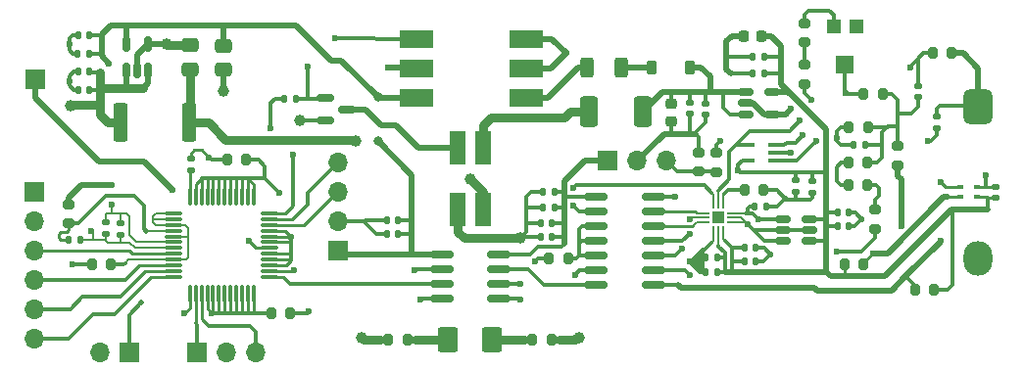
<source format=gbr>
%TF.GenerationSoftware,KiCad,Pcbnew,7.0.11+dfsg-1build4*%
%TF.CreationDate,2025-01-19T09:07:44-05:00*%
%TF.ProjectId,ThermocoupleBoard,54686572-6d6f-4636-9f75-706c65426f61,rev?*%
%TF.SameCoordinates,Original*%
%TF.FileFunction,Copper,L1,Top*%
%TF.FilePolarity,Positive*%
%FSLAX46Y46*%
G04 Gerber Fmt 4.6, Leading zero omitted, Abs format (unit mm)*
G04 Created by KiCad (PCBNEW 7.0.11+dfsg-1build4) date 2025-01-19 09:07:44*
%MOMM*%
%LPD*%
G01*
G04 APERTURE LIST*
G04 Aperture macros list*
%AMRoundRect*
0 Rectangle with rounded corners*
0 $1 Rounding radius*
0 $2 $3 $4 $5 $6 $7 $8 $9 X,Y pos of 4 corners*
0 Add a 4 corners polygon primitive as box body*
4,1,4,$2,$3,$4,$5,$6,$7,$8,$9,$2,$3,0*
0 Add four circle primitives for the rounded corners*
1,1,$1+$1,$2,$3*
1,1,$1+$1,$4,$5*
1,1,$1+$1,$6,$7*
1,1,$1+$1,$8,$9*
0 Add four rect primitives between the rounded corners*
20,1,$1+$1,$2,$3,$4,$5,0*
20,1,$1+$1,$4,$5,$6,$7,0*
20,1,$1+$1,$6,$7,$8,$9,0*
20,1,$1+$1,$8,$9,$2,$3,0*%
G04 Aperture macros list end*
%TA.AperFunction,ComponentPad*%
%ADD10R,1.700000X1.700000*%
%TD*%
%TA.AperFunction,ComponentPad*%
%ADD11O,1.700000X1.700000*%
%TD*%
%TA.AperFunction,SMDPad,CuDef*%
%ADD12RoundRect,0.140000X-0.140000X-0.170000X0.140000X-0.170000X0.140000X0.170000X-0.140000X0.170000X0*%
%TD*%
%TA.AperFunction,SMDPad,CuDef*%
%ADD13RoundRect,0.140000X-0.170000X0.140000X-0.170000X-0.140000X0.170000X-0.140000X0.170000X0.140000X0*%
%TD*%
%TA.AperFunction,SMDPad,CuDef*%
%ADD14R,1.200000X1.200000*%
%TD*%
%TA.AperFunction,SMDPad,CuDef*%
%ADD15R,1.600000X1.500000*%
%TD*%
%TA.AperFunction,SMDPad,CuDef*%
%ADD16RoundRect,0.200000X0.200000X0.275000X-0.200000X0.275000X-0.200000X-0.275000X0.200000X-0.275000X0*%
%TD*%
%TA.AperFunction,ComponentPad*%
%ADD17RoundRect,0.500000X0.750000X-1.000000X0.750000X1.000000X-0.750000X1.000000X-0.750000X-1.000000X0*%
%TD*%
%TA.AperFunction,ComponentPad*%
%ADD18O,2.500000X3.000000*%
%TD*%
%TA.AperFunction,SMDPad,CuDef*%
%ADD19RoundRect,0.140000X0.140000X0.170000X-0.140000X0.170000X-0.140000X-0.170000X0.140000X-0.170000X0*%
%TD*%
%TA.AperFunction,SMDPad,CuDef*%
%ADD20RoundRect,0.200000X-0.200000X-0.275000X0.200000X-0.275000X0.200000X0.275000X-0.200000X0.275000X0*%
%TD*%
%TA.AperFunction,SMDPad,CuDef*%
%ADD21RoundRect,0.075000X-0.662500X-0.075000X0.662500X-0.075000X0.662500X0.075000X-0.662500X0.075000X0*%
%TD*%
%TA.AperFunction,SMDPad,CuDef*%
%ADD22RoundRect,0.075000X-0.075000X-0.662500X0.075000X-0.662500X0.075000X0.662500X-0.075000X0.662500X0*%
%TD*%
%TA.AperFunction,SMDPad,CuDef*%
%ADD23RoundRect,0.200000X0.275000X-0.200000X0.275000X0.200000X-0.275000X0.200000X-0.275000X-0.200000X0*%
%TD*%
%TA.AperFunction,SMDPad,CuDef*%
%ADD24RoundRect,0.150000X-0.587500X-0.150000X0.587500X-0.150000X0.587500X0.150000X-0.587500X0.150000X0*%
%TD*%
%TA.AperFunction,SMDPad,CuDef*%
%ADD25RoundRect,0.150000X-0.825000X-0.150000X0.825000X-0.150000X0.825000X0.150000X-0.825000X0.150000X0*%
%TD*%
%TA.AperFunction,SMDPad,CuDef*%
%ADD26O,0.700000X0.200000*%
%TD*%
%TA.AperFunction,SMDPad,CuDef*%
%ADD27O,0.200000X0.700000*%
%TD*%
%TA.AperFunction,ComponentPad*%
%ADD28C,0.600000*%
%TD*%
%TA.AperFunction,SMDPad,CuDef*%
%ADD29R,1.000000X1.000000*%
%TD*%
%TA.AperFunction,SMDPad,CuDef*%
%ADD30RoundRect,0.200000X-0.275000X0.200000X-0.275000X-0.200000X0.275000X-0.200000X0.275000X0.200000X0*%
%TD*%
%TA.AperFunction,SMDPad,CuDef*%
%ADD31RoundRect,0.150000X0.150000X-0.512500X0.150000X0.512500X-0.150000X0.512500X-0.150000X-0.512500X0*%
%TD*%
%TA.AperFunction,SMDPad,CuDef*%
%ADD32RoundRect,0.250000X0.475000X-0.337500X0.475000X0.337500X-0.475000X0.337500X-0.475000X-0.337500X0*%
%TD*%
%TA.AperFunction,SMDPad,CuDef*%
%ADD33RoundRect,0.150000X-0.512500X-0.150000X0.512500X-0.150000X0.512500X0.150000X-0.512500X0.150000X0*%
%TD*%
%TA.AperFunction,SMDPad,CuDef*%
%ADD34RoundRect,0.100000X0.225000X0.100000X-0.225000X0.100000X-0.225000X-0.100000X0.225000X-0.100000X0*%
%TD*%
%TA.AperFunction,SMDPad,CuDef*%
%ADD35RoundRect,0.135000X-0.135000X-0.185000X0.135000X-0.185000X0.135000X0.185000X-0.135000X0.185000X0*%
%TD*%
%TA.AperFunction,SMDPad,CuDef*%
%ADD36R,0.500000X0.300000*%
%TD*%
%TA.AperFunction,SMDPad,CuDef*%
%ADD37RoundRect,0.250000X-0.625000X-0.840000X0.625000X-0.840000X0.625000X0.840000X-0.625000X0.840000X0*%
%TD*%
%TA.AperFunction,SMDPad,CuDef*%
%ADD38RoundRect,0.250000X-0.312500X-0.625000X0.312500X-0.625000X0.312500X0.625000X-0.312500X0.625000X0*%
%TD*%
%TA.AperFunction,SMDPad,CuDef*%
%ADD39RoundRect,0.225000X0.225000X0.375000X-0.225000X0.375000X-0.225000X-0.375000X0.225000X-0.375000X0*%
%TD*%
%TA.AperFunction,SMDPad,CuDef*%
%ADD40R,3.000000X1.500000*%
%TD*%
%TA.AperFunction,SMDPad,CuDef*%
%ADD41RoundRect,0.135000X-0.185000X0.135000X-0.185000X-0.135000X0.185000X-0.135000X0.185000X0.135000X0*%
%TD*%
%TA.AperFunction,SMDPad,CuDef*%
%ADD42RoundRect,0.225000X-0.250000X0.225000X-0.250000X-0.225000X0.250000X-0.225000X0.250000X0.225000X0*%
%TD*%
%TA.AperFunction,SMDPad,CuDef*%
%ADD43RoundRect,0.250000X-0.475000X0.337500X-0.475000X-0.337500X0.475000X-0.337500X0.475000X0.337500X0*%
%TD*%
%TA.AperFunction,SMDPad,CuDef*%
%ADD44RoundRect,0.140000X0.170000X-0.140000X0.170000X0.140000X-0.170000X0.140000X-0.170000X-0.140000X0*%
%TD*%
%TA.AperFunction,SMDPad,CuDef*%
%ADD45R,1.400000X3.000000*%
%TD*%
%TA.AperFunction,SMDPad,CuDef*%
%ADD46RoundRect,0.225000X0.225000X0.250000X-0.225000X0.250000X-0.225000X-0.250000X0.225000X-0.250000X0*%
%TD*%
%TA.AperFunction,SMDPad,CuDef*%
%ADD47RoundRect,0.249999X0.512501X1.075001X-0.512501X1.075001X-0.512501X-1.075001X0.512501X-1.075001X0*%
%TD*%
%TA.AperFunction,SMDPad,CuDef*%
%ADD48RoundRect,0.250000X-0.362500X-1.425000X0.362500X-1.425000X0.362500X1.425000X-0.362500X1.425000X0*%
%TD*%
%TA.AperFunction,ViaPad*%
%ADD49C,0.600000*%
%TD*%
%TA.AperFunction,ViaPad*%
%ADD50C,0.800000*%
%TD*%
%TA.AperFunction,ViaPad*%
%ADD51C,1.000000*%
%TD*%
%TA.AperFunction,ViaPad*%
%ADD52C,0.500000*%
%TD*%
%TA.AperFunction,Conductor*%
%ADD53C,0.500000*%
%TD*%
%TA.AperFunction,Conductor*%
%ADD54C,0.350000*%
%TD*%
%TA.AperFunction,Conductor*%
%ADD55C,0.200000*%
%TD*%
%TA.AperFunction,Conductor*%
%ADD56C,0.250000*%
%TD*%
%TA.AperFunction,Conductor*%
%ADD57C,0.750000*%
%TD*%
%TA.AperFunction,Conductor*%
%ADD58C,0.300000*%
%TD*%
G04 APERTURE END LIST*
D10*
%TO.P,J6,1,Pin_1*%
%TO.N,3V3-ISO*%
X126158000Y-94903000D03*
D11*
%TO.P,J6,2,Pin_2*%
%TO.N,GND2*%
X128698000Y-94903000D03*
%TO.P,J6,3,Pin_3*%
%TO.N,/UPDI*%
X131238000Y-94903000D03*
%TD*%
D12*
%TO.P,C21,1*%
%TO.N,3V3-ISO*%
X137964000Y-103634000D03*
%TO.P,C21,2*%
%TO.N,GNDA*%
X138924000Y-103634000D03*
%TD*%
D13*
%TO.P,C5,1*%
%TO.N,Net-(D1-K)*%
X133212000Y-89881000D03*
%TO.P,C5,2*%
%TO.N,GND2*%
X133212000Y-90841000D03*
%TD*%
D14*
%TO.P,RV1,1,1*%
%TO.N,unconnected-(RV1-Pad1)*%
X147659670Y-83305000D03*
D15*
%TO.P,RV1,2,2*%
%TO.N,Net-(U6--)*%
X146659670Y-86555000D03*
D14*
%TO.P,RV1,3,3*%
%TO.N,Net-(R9-Pad1)*%
X145659670Y-83305000D03*
%TD*%
D16*
%TO.P,Rz3,1*%
%TO.N,Net-(U1-PA12)*%
X94913000Y-94819000D03*
%TO.P,Rz3,2*%
%TO.N,GND1*%
X93263000Y-94819000D03*
%TD*%
D10*
%TO.P,J1,1,Pin_1*%
%TO.N,Net-(J1-Pin_1)*%
X76677000Y-87862000D03*
%TD*%
D12*
%TO.P,C12,1*%
%TO.N,GND1*%
X80357000Y-85662000D03*
%TO.P,C12,2*%
%TO.N,3V3-1*%
X81317000Y-85662000D03*
%TD*%
D17*
%TO.P,TC1,1,+*%
%TO.N,Net-(TC1-+)*%
X158174000Y-90220000D03*
D18*
%TO.P,TC1,2,-*%
%TO.N,Net-(TC1--)*%
X158174000Y-103320000D03*
%TD*%
D19*
%TO.P,C29,1*%
%TO.N,3V3-1*%
X108012000Y-100016000D03*
%TO.P,C29,2*%
%TO.N,GND1*%
X107052000Y-100016000D03*
%TD*%
D12*
%TO.P,C8,1*%
%TO.N,GND2*%
X138701000Y-87381000D03*
%TO.P,C8,2*%
%TO.N,3V3-ISO*%
X139661000Y-87381000D03*
%TD*%
D20*
%TO.P,R12,1*%
%TO.N,Net-(R11-Pad2)*%
X146923000Y-95062000D03*
%TO.P,R12,2*%
%TO.N,Net-(C13-Pad2)*%
X148573000Y-95062000D03*
%TD*%
D21*
%TO.P,U1,1,PA0*%
%TO.N,Net-(U1-PA0)*%
X88642500Y-99453000D03*
%TO.P,U1,2,PA1*%
X88642500Y-99953000D03*
%TO.P,U1,3,PA28*%
X88642500Y-100453000D03*
%TO.P,U1,4,RST_N*%
%TO.N,Net-(J3-Pin_1)*%
X88642500Y-100953000D03*
%TO.P,U1,5,PA31*%
%TO.N,Net-(U1-PA0)*%
X88642500Y-101453000D03*
%TO.P,U1,6,VDD*%
%TO.N,3V3-1*%
X88642500Y-101953000D03*
%TO.P,U1,7,VSS*%
%TO.N,GND1*%
X88642500Y-102453000D03*
%TO.P,U1,8,PA2_ROSC*%
%TO.N,/Output MCU/CS*%
X88642500Y-102953000D03*
%TO.P,U1,9,PA3_LFXIN*%
%TO.N,Net-(U1-PA0)*%
X88642500Y-103453000D03*
%TO.P,U1,10,PA4_LFXOUT*%
%TO.N,/Output MCU/MISO*%
X88642500Y-103953000D03*
%TO.P,U1,11,PA5_HFXIN*%
%TO.N,/Output MCU/MOSI*%
X88642500Y-104453000D03*
%TO.P,U1,12,PA6_HFXOUT*%
%TO.N,/Output MCU/SCK*%
X88642500Y-104953000D03*
D22*
%TO.P,U1,13,PA7*%
%TO.N,Net-(U1-PA10)*%
X90055000Y-106365500D03*
%TO.P,U1,14,PB2*%
%TO.N,/Output MCU/DAC-High*%
X90555000Y-106365500D03*
%TO.P,U1,15,PB3*%
%TO.N,/Output MCU/DAC-Low*%
X91055000Y-106365500D03*
%TO.P,U1,16,PA8*%
%TO.N,Net-(U1-PA10)*%
X91555000Y-106365500D03*
%TO.P,U1,17,PA9*%
X92055000Y-106365500D03*
%TO.P,U1,18,PA10*%
X92555000Y-106365500D03*
%TO.P,U1,19,PA11*%
X93055000Y-106365500D03*
%TO.P,U1,20,PB6*%
X93555000Y-106365500D03*
%TO.P,U1,21,PB7*%
X94055000Y-106365500D03*
%TO.P,U1,22,PB8*%
X94555000Y-106365500D03*
%TO.P,U1,23,PB9*%
X95055000Y-106365500D03*
%TO.P,U1,24,PB14*%
X95555000Y-106365500D03*
D21*
%TO.P,U1,25,PB15*%
%TO.N,ISO-MISO*%
X96967500Y-104953000D03*
%TO.P,U1,26,PB16*%
%TO.N,ISO-MOSI*%
X96967500Y-104453000D03*
%TO.P,U1,27,PA12*%
%TO.N,Net-(U1-PA12)*%
X96967500Y-103953000D03*
%TO.P,U1,28,PA13*%
X96967500Y-103453000D03*
%TO.P,U1,29,PA14*%
X96967500Y-102953000D03*
%TO.P,U1,30,PA15_A1_0*%
%TO.N,Net-(J1-Pin_1)*%
X96967500Y-102453000D03*
%TO.P,U1,31,PA16_A1_1*%
%TO.N,Net-(U1-PA12)*%
X96967500Y-101953000D03*
%TO.P,U1,32,PA17_A1_2*%
X96967500Y-101453000D03*
%TO.P,U1,33,PA18_A1_3*%
X96967500Y-100953000D03*
%TO.P,U1,34,PA19_SWDIO*%
%TO.N,/Output MCU/SWDIO*%
X96967500Y-100453000D03*
%TO.P,U1,35,PA20_SWCLK*%
%TO.N,/Output MCU/SWCLK*%
X96967500Y-99953000D03*
%TO.P,U1,36,PB17_A1_4*%
%TO.N,150KHz from U1*%
X96967500Y-99453000D03*
D22*
%TO.P,U1,37,PB18_A1_5*%
%TO.N,Net-(U1-PA12)*%
X95555000Y-98040500D03*
%TO.P,U1,38,PB19_A1_6*%
X95055000Y-98040500D03*
%TO.P,U1,39,PA21_A1_7_VREF-*%
X94555000Y-98040500D03*
%TO.P,U1,40,PA22_A0_7*%
X94055000Y-98040500D03*
%TO.P,U1,41,PB20_A0_6*%
X93555000Y-98040500D03*
%TO.P,U1,42,PB24_A0_5*%
X93055000Y-98040500D03*
%TO.P,U1,43,PA23_VREF+*%
X92555000Y-98040500D03*
%TO.P,U1,44,PA24_A0_3*%
X92055000Y-98040500D03*
%TO.P,U1,45,PA25_A0_2*%
X91555000Y-98040500D03*
%TO.P,U1,46,PA26_A0_1*%
X91055000Y-98040500D03*
%TO.P,U1,47,PA27_A0_0*%
X90555000Y-98040500D03*
%TO.P,U1,48,VCORE*%
%TO.N,Net-(U1-VCORE)*%
X90055000Y-98040500D03*
%TD*%
D12*
%TO.P,C19,1*%
%TO.N,3V3-ISO*%
X146016000Y-99387000D03*
%TO.P,C19,2*%
%TO.N,GNDA*%
X146976000Y-99387000D03*
%TD*%
D19*
%TO.P,C10,1*%
%TO.N,VCC*%
X81368000Y-88781000D03*
%TO.P,C10,2*%
%TO.N,GND1*%
X80408000Y-88781000D03*
%TD*%
%TO.P,C27,1*%
%TO.N,3V3-ISO*%
X121347000Y-100267000D03*
%TO.P,C27,2*%
%TO.N,GND2*%
X120387000Y-100267000D03*
%TD*%
%TO.P,C14,1*%
%TO.N,Net-(C13-Pad2)*%
X148373000Y-93539000D03*
%TO.P,C14,2*%
%TO.N,GNDA*%
X147413000Y-93539000D03*
%TD*%
D23*
%TO.P,R16,1*%
%TO.N,/UPDI*%
X134026000Y-95851000D03*
%TO.P,R16,2*%
%TO.N,GND2*%
X134026000Y-94201000D03*
%TD*%
D19*
%TO.P,C9,1*%
%TO.N,VCC*%
X81368000Y-87192000D03*
%TO.P,C9,2*%
%TO.N,GND1*%
X80408000Y-87192000D03*
%TD*%
D13*
%TO.P,C35,1*%
%TO.N,3V3-1*%
X84017000Y-100323000D03*
%TO.P,C35,2*%
%TO.N,GND1*%
X84017000Y-101283000D03*
%TD*%
D24*
%TO.P,Q1,1,G*%
%TO.N,Net-(Q1-G)*%
X101718500Y-89504000D03*
%TO.P,Q1,2,S*%
%TO.N,GND1*%
X101718500Y-91404000D03*
%TO.P,Q1,3,D*%
%TO.N,Net-(Q1-D)*%
X103593500Y-90454000D03*
%TD*%
D25*
%TO.P,U2,1,VCC*%
%TO.N,3V3-ISO*%
X125160000Y-98044000D03*
%TO.P,U2,2,PA4*%
%TO.N,Net-(U2-PA4)*%
X125160000Y-99314000D03*
%TO.P,U2,3,PA5*%
%TO.N,Net-(U2-PA5)*%
X125160000Y-100584000D03*
%TO.P,U2,4,PA6*%
X125160000Y-101854000D03*
%TO.P,U2,5,PA7*%
X125160000Y-103124000D03*
%TO.P,U2,6,PB3*%
%TO.N,Net-(U2-PB3)*%
X125160000Y-104394000D03*
%TO.P,U2,7,PB2*%
%TO.N,Net-(U2-PB2)*%
X125160000Y-105664000D03*
%TO.P,U2,8,PB1*%
%TO.N,SDA*%
X130110000Y-105664000D03*
%TO.P,U2,9,PB0*%
%TO.N,SCL*%
X130110000Y-104394000D03*
%TO.P,U2,10,~{RESET}/PA0*%
%TO.N,/UPDI*%
X130110000Y-103124000D03*
%TO.P,U2,11,PA1*%
%TO.N,Net-(U2-PA1)*%
X130110000Y-101854000D03*
%TO.P,U2,12,PA2*%
%TO.N,Net-(U2-PA2)*%
X130110000Y-100584000D03*
%TO.P,U2,13,PA3*%
%TO.N,Net-(U2-PA3)*%
X130110000Y-99314000D03*
%TO.P,U2,14,GND*%
%TO.N,GND2*%
X130110000Y-98044000D03*
%TD*%
D26*
%TO.P,U8,1,Agnd*%
%TO.N,GNDA*%
X136802000Y-100237000D03*
%TO.P,U8,2,Aref-*%
X136802000Y-99837000D03*
%TO.P,U8,3,Aref+*%
%TO.N,Net-(U7-OUT)*%
X136802000Y-99437000D03*
D27*
%TO.P,U8,4,CH1*%
%TO.N,Net-(U8-CH1)*%
X136102000Y-98737000D03*
%TO.P,U8,5,CH0*%
%TO.N,Net-(U6-OUT)*%
X135702000Y-98737000D03*
%TO.P,U8,6,CS*%
%TO.N,Net-(U2-PA4)*%
X135302000Y-98737000D03*
D26*
%TO.P,U8,7,SCK*%
%TO.N,Net-(U2-PA3)*%
X134602000Y-99437000D03*
%TO.P,U8,8,MOSI*%
%TO.N,Net-(U2-PA1)*%
X134602000Y-99837000D03*
%TO.P,U8,9,MISO*%
%TO.N,Net-(U2-PA2)*%
X134602000Y-100237000D03*
D27*
%TO.P,U8,10,Dgnd*%
%TO.N,GND2*%
X135302000Y-100937000D03*
%TO.P,U8,11,Dvdd*%
%TO.N,3V3-ISO*%
X135702000Y-100937000D03*
%TO.P,U8,12,Avdd*%
X136102000Y-100937000D03*
D28*
%TO.P,U8,13,PAD*%
%TO.N,GNDA*%
X135702000Y-99837000D03*
D29*
X135702000Y-99837000D03*
%TD*%
D30*
%TO.P,R8,1*%
%TO.N,3V3-1*%
X79610000Y-98656000D03*
%TO.P,R8,2*%
%TO.N,Net-(J3-Pin_1)*%
X79610000Y-100306000D03*
%TD*%
D16*
%TO.P,R22,1*%
%TO.N,3V3-ISO*%
X154360000Y-106101000D03*
%TO.P,R22,2*%
%TO.N,SDA*%
X152710000Y-106101000D03*
%TD*%
D31*
%TO.P,U4,1,VIN*%
%TO.N,VCC*%
X84564000Y-87071500D03*
%TO.P,U4,2,GND*%
%TO.N,GND1*%
X85514000Y-87071500D03*
%TO.P,U4,3,EN*%
%TO.N,VCC*%
X86464000Y-87071500D03*
%TO.P,U4,4,NC*%
%TO.N,GND1*%
X86464000Y-84796500D03*
%TO.P,U4,5,VOUT*%
%TO.N,3V3-1*%
X84564000Y-84796500D03*
%TD*%
D20*
%TO.P,RX1,1*%
%TO.N,GND1*%
X107194000Y-110365000D03*
%TO.P,RX1,2*%
%TO.N,Net-(TVS1-A1)*%
X108844000Y-110365000D03*
%TD*%
D13*
%TO.P,C15,1*%
%TO.N,3V3-1*%
X82747000Y-100255000D03*
%TO.P,C15,2*%
%TO.N,GND1*%
X82747000Y-101215000D03*
%TD*%
D20*
%TO.P,R13,1*%
%TO.N,GNDA*%
X146996000Y-92007000D03*
%TO.P,R13,2*%
%TO.N,Net-(C13-Pad2)*%
X148646000Y-92007000D03*
%TD*%
D10*
%TO.P,J5,1,Pin_1*%
%TO.N,3V3-1*%
X102839000Y-102663000D03*
D11*
%TO.P,J5,2,Pin_2*%
%TO.N,GND1*%
X102839000Y-100123000D03*
%TO.P,J5,3,Pin_3*%
%TO.N,/Output MCU/SWDIO*%
X102839000Y-97583000D03*
%TO.P,J5,4,Pin_4*%
%TO.N,/Output MCU/SWCLK*%
X102839000Y-95043000D03*
%TD*%
D10*
%TO.P,J2,1,Pin_1*%
%TO.N,VCC*%
X76599000Y-97583000D03*
D11*
%TO.P,J2,2,Pin_2*%
%TO.N,GND1*%
X76599000Y-100123000D03*
%TO.P,J2,3,Pin_3*%
%TO.N,/Output MCU/CS*%
X76599000Y-102663000D03*
%TO.P,J2,4,Pin_4*%
%TO.N,/Output MCU/MISO*%
X76599000Y-105203000D03*
%TO.P,J2,5,Pin_5*%
%TO.N,/Output MCU/MOSI*%
X76599000Y-107743000D03*
%TO.P,J2,6,Pin_6*%
%TO.N,/Output MCU/SCK*%
X76599000Y-110283000D03*
%TD*%
D32*
%TO.P,C2,1*%
%TO.N,Net-(C2-Pad1)*%
X90036000Y-87010500D03*
%TO.P,C2,2*%
%TO.N,GND1*%
X90036000Y-84935500D03*
%TD*%
D33*
%TO.P,U5,1,VIN*%
%TO.N,Net-(D1-K)*%
X138097500Y-88974000D03*
%TO.P,U5,2,GND*%
%TO.N,GND2*%
X138097500Y-89924000D03*
%TO.P,U5,3,EN*%
%TO.N,Net-(D1-K)*%
X138097500Y-90874000D03*
%TO.P,U5,4,NC*%
%TO.N,GND2*%
X140372500Y-90874000D03*
%TO.P,U5,5,VOUT*%
%TO.N,3V3-ISO*%
X140372500Y-88974000D03*
%TD*%
D34*
%TO.P,U6,1,+*%
%TO.N,Net-(U6-+)*%
X140358000Y-94860000D03*
%TO.P,U6,2,GND*%
%TO.N,GNDA*%
X140358000Y-94210000D03*
%TO.P,U6,3,-*%
%TO.N,Net-(U6--)*%
X140358000Y-93560000D03*
%TO.P,U6,4,OUT*%
%TO.N,Net-(U6-OUT)*%
X138458000Y-93560000D03*
%TO.P,U6,5,VCC*%
%TO.N,3V3-ISO*%
X138458000Y-94860000D03*
%TD*%
D30*
%TO.P,R7,1*%
%TO.N,Net-(R7-Pad1)*%
X143176000Y-86610000D03*
%TO.P,R7,2*%
%TO.N,Net-(U6-OUT)*%
X143176000Y-88260000D03*
%TD*%
D16*
%TO.P,R6,1*%
%TO.N,Net-(C13-Pad2)*%
X149897000Y-89093000D03*
%TO.P,R6,2*%
%TO.N,Net-(U6--)*%
X148247000Y-89093000D03*
%TD*%
D35*
%TO.P,R2,1*%
%TO.N,150KHz from U1*%
X98210000Y-89522000D03*
%TO.P,R2,2*%
%TO.N,Net-(Q1-G)*%
X99230000Y-89522000D03*
%TD*%
D36*
%TO.P,U11,1,SDA*%
%TO.N,SDA*%
X156630000Y-97205000D03*
%TO.P,U11,2,SCL*%
%TO.N,SCL*%
X156630000Y-98005000D03*
%TO.P,U11,3,VDD*%
%TO.N,3V3-ISO*%
X158030000Y-98005000D03*
%TO.P,U11,4,VSS*%
%TO.N,GND2*%
X158030000Y-97205000D03*
%TD*%
D37*
%TO.P,TVS1,1,A1*%
%TO.N,Net-(TVS1-A1)*%
X112339000Y-110386000D03*
%TO.P,TVS1,2,A2*%
%TO.N,Net-(TVS1-A2)*%
X116139000Y-110386000D03*
%TD*%
D23*
%TO.P,R5,1*%
%TO.N,Net-(TC1--)*%
X151231000Y-95282000D03*
%TO.P,R5,2*%
%TO.N,Net-(C13-Pad2)*%
X151231000Y-93632000D03*
%TD*%
%TO.P,R10,1*%
%TO.N,Net-(U7-OUT)*%
X149272000Y-100773000D03*
%TO.P,R10,2*%
%TO.N,Net-(R10-Pad2)*%
X149272000Y-99123000D03*
%TD*%
D13*
%TO.P,C16,1*%
%TO.N,3V3-ISO*%
X143829000Y-96680000D03*
%TO.P,C16,2*%
%TO.N,GNDA*%
X143829000Y-97640000D03*
%TD*%
D20*
%TO.P,R21,1*%
%TO.N,3V3-ISO*%
X146614000Y-103845000D03*
%TO.P,R21,2*%
%TO.N,SCL*%
X148264000Y-103845000D03*
%TD*%
D19*
%TO.P,C23,1*%
%TO.N,3V3-ISO*%
X135594000Y-104516000D03*
%TO.P,C23,2*%
%TO.N,GND2*%
X134634000Y-104516000D03*
%TD*%
D38*
%TO.P,R3,1*%
%TO.N,Net-(R3-Pad1)*%
X124356500Y-86863000D03*
%TO.P,R3,2*%
%TO.N,Net-(D2-A)*%
X127281500Y-86863000D03*
%TD*%
D39*
%TO.P,D2,1,K*%
%TO.N,Net-(D1-K)*%
X133206000Y-86816000D03*
%TO.P,D2,2,A*%
%TO.N,Net-(D2-A)*%
X129906000Y-86816000D03*
%TD*%
D40*
%TO.P,U3,1*%
%TO.N,Net-(R3-Pad1)*%
X119149000Y-89429000D03*
%TO.P,U3,2*%
%TO.N,GND2*%
X119149000Y-86889000D03*
%TO.P,U3,3*%
X119149000Y-84349000D03*
%TO.P,U3,4*%
%TO.N,Net-(Q1-G)*%
X109649000Y-84349000D03*
%TO.P,U3,5*%
%TO.N,GND1*%
X109649000Y-86889000D03*
%TO.P,U3,6*%
%TO.N,3V3-1*%
X109649000Y-89429000D03*
%TD*%
D12*
%TO.P,C7,1*%
%TO.N,GND2*%
X138701000Y-85919000D03*
%TO.P,C7,2*%
%TO.N,3V3-ISO*%
X139661000Y-85919000D03*
%TD*%
D20*
%TO.P,RY1,1*%
%TO.N,Net-(TVS1-A2)*%
X119640000Y-110353000D03*
%TO.P,RY1,2*%
%TO.N,GND2*%
X121290000Y-110353000D03*
%TD*%
D19*
%TO.P,C26,1*%
%TO.N,3V3-ISO*%
X121525000Y-97609000D03*
%TO.P,C26,2*%
%TO.N,GND2*%
X120565000Y-97609000D03*
%TD*%
D30*
%TO.P,R9,1*%
%TO.N,Net-(R9-Pad1)*%
X143176000Y-83024000D03*
%TO.P,R9,2*%
%TO.N,Net-(R7-Pad1)*%
X143176000Y-84674000D03*
%TD*%
D41*
%TO.P,R20,1*%
%TO.N,Net-(TC1-+)*%
X154600000Y-91045000D03*
%TO.P,R20,2*%
%TO.N,GNDA*%
X154600000Y-92065000D03*
%TD*%
D19*
%TO.P,C28,1*%
%TO.N,3V3-ISO*%
X121347000Y-101475000D03*
%TO.P,C28,2*%
%TO.N,GND2*%
X120387000Y-101475000D03*
%TD*%
D12*
%TO.P,C22,1*%
%TO.N,3V3-ISO*%
X137964000Y-102429000D03*
%TO.P,C22,2*%
%TO.N,GNDA*%
X138924000Y-102429000D03*
%TD*%
D13*
%TO.P,C6,1*%
%TO.N,Net-(D1-K)*%
X134609000Y-89946000D03*
%TO.P,C6,2*%
%TO.N,GND2*%
X134609000Y-90906000D03*
%TD*%
D10*
%TO.P,J3,1,Pin_1*%
%TO.N,Net-(J3-Pin_1)*%
X84785000Y-111474000D03*
D11*
%TO.P,J3,2,Pin_2*%
%TO.N,GND1*%
X82245000Y-111474000D03*
%TD*%
D42*
%TO.P,C3,1*%
%TO.N,Net-(D1-K)*%
X131673000Y-89962000D03*
%TO.P,C3,2*%
%TO.N,GND2*%
X131673000Y-91512000D03*
%TD*%
D43*
%TO.P,C1,1*%
%TO.N,3V3-1*%
X92957000Y-84973500D03*
%TO.P,C1,2*%
%TO.N,GND1*%
X92957000Y-87048500D03*
%TD*%
D25*
%TO.P,U9,1,Vcc1*%
%TO.N,3V3-1*%
X111802000Y-103018000D03*
%TO.P,U9,2,IOA1*%
%TO.N,ISO-MOSI*%
X111802000Y-104288000D03*
%TO.P,U9,3,IOB1*%
%TO.N,ISO-MISO*%
X111802000Y-105558000D03*
%TO.P,U9,4,Gnd1*%
%TO.N,GND1*%
X111802000Y-106828000D03*
%TO.P,U9,5,Gnd2*%
%TO.N,GND2*%
X116752000Y-106828000D03*
%TO.P,U9,6,IOB2*%
%TO.N,Net-(U2-PB3)*%
X116752000Y-105558000D03*
%TO.P,U9,7,IOA2*%
%TO.N,Net-(U2-PB2)*%
X116752000Y-104288000D03*
%TO.P,U9,8,Vcc2*%
%TO.N,3V3-ISO*%
X116752000Y-103018000D03*
%TD*%
D19*
%TO.P,C30,1*%
%TO.N,3V3-1*%
X108012000Y-101224000D03*
%TO.P,C30,2*%
%TO.N,GND1*%
X107052000Y-101224000D03*
%TD*%
D16*
%TO.P,R14,1*%
%TO.N,GNDA*%
X139629000Y-97438000D03*
%TO.P,R14,2*%
%TO.N,Net-(U8-CH1)*%
X137979000Y-97438000D03*
%TD*%
D13*
%TO.P,C13,1*%
%TO.N,Net-(U6-+)*%
X152973000Y-88422000D03*
%TO.P,C13,2*%
%TO.N,Net-(C13-Pad2)*%
X152973000Y-89382000D03*
%TD*%
D33*
%TO.P,U7,1,OUT*%
%TO.N,Net-(U7-OUT)*%
X141272500Y-99949000D03*
%TO.P,U7,2,GND*%
%TO.N,GNDA*%
X141272500Y-100899000D03*
%TO.P,U7,3,GND*%
X141272500Y-101849000D03*
%TO.P,U7,4,~{SHDN}*%
%TO.N,3V3-ISO*%
X143547500Y-101849000D03*
%TO.P,U7,5,GND*%
%TO.N,GNDA*%
X143547500Y-100899000D03*
%TO.P,U7,6,VDD*%
%TO.N,3V3-ISO*%
X143547500Y-99949000D03*
%TD*%
D16*
%TO.P,R11,1*%
%TO.N,Net-(R10-Pad2)*%
X148573000Y-96997000D03*
%TO.P,R11,2*%
%TO.N,Net-(R11-Pad2)*%
X146923000Y-96997000D03*
%TD*%
D12*
%TO.P,C20,1*%
%TO.N,Net-(U7-OUT)*%
X138853000Y-98870000D03*
%TO.P,C20,2*%
%TO.N,GNDA*%
X139813000Y-98870000D03*
%TD*%
D19*
%TO.P,C24,1*%
%TO.N,3V3-ISO*%
X135594000Y-103308000D03*
%TO.P,C24,2*%
%TO.N,GND2*%
X134634000Y-103308000D03*
%TD*%
D12*
%TO.P,C11,1*%
%TO.N,GND1*%
X80408000Y-84020000D03*
%TO.P,C11,2*%
%TO.N,3V3-1*%
X81368000Y-84020000D03*
%TD*%
D20*
%TO.P,R17,1*%
%TO.N,GND2*%
X121088000Y-103377000D03*
%TO.P,R17,2*%
%TO.N,Net-(U2-PA5)*%
X122738000Y-103377000D03*
%TD*%
D44*
%TO.P,C36,1*%
%TO.N,3V3-ISO*%
X159695000Y-98095000D03*
%TO.P,C36,2*%
%TO.N,GND2*%
X159695000Y-97135000D03*
%TD*%
%TO.P,C33,1*%
%TO.N,Net-(U1-VCORE)*%
X90113000Y-95692000D03*
%TO.P,C33,2*%
%TO.N,GND1*%
X90113000Y-94732000D03*
%TD*%
D45*
%TO.P,L1,1*%
%TO.N,Net-(Q1-D)*%
X113219200Y-93753200D03*
%TO.P,L1,2*%
%TO.N,Net-(D1-A)*%
X115419200Y-93753200D03*
%TO.P,L1,3*%
%TO.N,Net-(C2-Pad1)*%
X115419200Y-99153200D03*
%TO.P,L1,4*%
%TO.N,GND2*%
X113219200Y-99153200D03*
%TD*%
D46*
%TO.P,C4,1*%
%TO.N,3V3-ISO*%
X139433000Y-84103000D03*
%TO.P,C4,2*%
%TO.N,GND2*%
X137883000Y-84103000D03*
%TD*%
D16*
%TO.P,R4,1*%
%TO.N,Net-(TC1-+)*%
X155866000Y-85597000D03*
%TO.P,R4,2*%
%TO.N,Net-(U6-+)*%
X154216000Y-85597000D03*
%TD*%
D12*
%TO.P,C34,1*%
%TO.N,Net-(J3-Pin_1)*%
X79600000Y-101754000D03*
%TO.P,C34,2*%
%TO.N,GND1*%
X80560000Y-101754000D03*
%TD*%
D13*
%TO.P,C17,1*%
%TO.N,3V3-ISO*%
X142432000Y-96618000D03*
%TO.P,C17,2*%
%TO.N,GNDA*%
X142432000Y-97578000D03*
%TD*%
D19*
%TO.P,C25,1*%
%TO.N,3V3-ISO*%
X121525000Y-98941000D03*
%TO.P,C25,2*%
%TO.N,GND2*%
X120565000Y-98941000D03*
%TD*%
D47*
%TO.P,D1,1,K*%
%TO.N,Net-(D1-K)*%
X129165500Y-90672000D03*
%TO.P,D1,2,A*%
%TO.N,Net-(D1-A)*%
X124490500Y-90672000D03*
%TD*%
D16*
%TO.P,Rz1,1*%
%TO.N,Net-(U1-PA0)*%
X83229000Y-103896000D03*
%TO.P,Rz1,2*%
%TO.N,GND1*%
X81579000Y-103896000D03*
%TD*%
D30*
%TO.P,R15,1*%
%TO.N,3V3-ISO*%
X135550000Y-94243000D03*
%TO.P,R15,2*%
%TO.N,/UPDI*%
X135550000Y-95893000D03*
%TD*%
D12*
%TO.P,C18,1*%
%TO.N,3V3-ISO*%
X146016000Y-100592000D03*
%TO.P,C18,2*%
%TO.N,GNDA*%
X146976000Y-100592000D03*
%TD*%
D48*
%TO.P,R1,1*%
%TO.N,VCC*%
X84025500Y-91619000D03*
%TO.P,R1,2*%
%TO.N,Net-(C2-Pad1)*%
X89950500Y-91619000D03*
%TD*%
D20*
%TO.P,Rz2,1*%
%TO.N,Net-(U1-PA10)*%
X97073000Y-108057000D03*
%TO.P,Rz2,2*%
%TO.N,GND1*%
X98723000Y-108057000D03*
%TD*%
D10*
%TO.P,J4,1,Pin_1*%
%TO.N,/Output MCU/DAC-High*%
X90671000Y-111473000D03*
D11*
%TO.P,J4,2,Pin_2*%
%TO.N,GND1*%
X93211000Y-111473000D03*
%TO.P,J4,3,Pin_3*%
%TO.N,/Output MCU/DAC-Low*%
X95751000Y-111473000D03*
%TD*%
D49*
%TO.N,3V3-1*%
X83312000Y-97028000D03*
D50*
X106299000Y-93218000D03*
X106299000Y-89408000D03*
D49*
X83058000Y-86487000D03*
X83312000Y-98679000D03*
%TO.N,GND1*%
X81534000Y-100965000D03*
D51*
X92964000Y-88900000D03*
X104902000Y-110236000D03*
D49*
X79629000Y-84836000D03*
X109982000Y-106934000D03*
X79629000Y-88011000D03*
X91694000Y-94615000D03*
X79883000Y-103886000D03*
D51*
X88011000Y-84836000D03*
D49*
X107188000Y-86868000D03*
X100330000Y-107950000D03*
D51*
X99568000Y-91440000D03*
%TO.N,Net-(C2-Pad1)*%
X114319200Y-96503200D03*
X104394000Y-93218000D03*
D49*
%TO.N,GND2*%
X141986000Y-90424000D03*
X122555000Y-85598000D03*
X118618000Y-106934000D03*
X158800000Y-96180000D03*
X119888000Y-103632000D03*
X136398000Y-85979000D03*
X133223000Y-103632000D03*
D51*
X123698000Y-110236000D03*
X118618000Y-101600000D03*
D49*
X131953000Y-98044000D03*
%TO.N,3V3-ISO*%
X141859000Y-89027000D03*
X137414000Y-95758000D03*
X135890000Y-93218000D03*
D51*
%TO.N,VCC*%
X79756000Y-90170000D03*
D49*
%TO.N,Net-(U6-+)*%
X152273000Y-86868000D03*
X144145000Y-93218000D03*
%TO.N,GNDA*%
X145923000Y-92964000D03*
X141986000Y-94234000D03*
X148082000Y-99949000D03*
X141478000Y-98171000D03*
X138237000Y-100391000D03*
X140208000Y-102997000D03*
X153797000Y-93218000D03*
%TO.N,Net-(U7-OUT)*%
X145923000Y-102743000D03*
X139192000Y-99949000D03*
%TO.N,Net-(Q1-G)*%
X100203000Y-86741000D03*
X102616000Y-84328000D03*
%TO.N,150KHz from U1*%
X97028000Y-92075000D03*
X98933000Y-94361000D03*
%TO.N,Net-(TC1--)*%
X151511000Y-100584000D03*
%TO.N,Net-(U6--)*%
X146685000Y-89027000D03*
X143002000Y-92710000D03*
%TO.N,/UPDI*%
X132548000Y-102529000D03*
%TO.N,Net-(U1-PA10)*%
X89535000Y-108077000D03*
X91948000Y-108077000D03*
%TO.N,Net-(U1-PA12)*%
X97790000Y-97663000D03*
X98806000Y-101473000D03*
%TO.N,ISO-MOSI*%
X99060000Y-104394000D03*
X109474000Y-104394000D03*
%TO.N,Net-(U2-PA4)*%
X123190000Y-98806000D03*
X123190000Y-97282000D03*
%TO.N,Net-(U2-PB3)*%
X123317000Y-104775000D03*
X118618000Y-105537000D03*
%TO.N,SDA*%
X154940000Y-101854000D03*
X154940000Y-96774000D03*
%TO.N,SCL*%
X133223000Y-104775000D03*
X149050000Y-102900000D03*
%TO.N,Net-(U2-PA1)*%
X133223000Y-101219000D03*
X133223000Y-99949000D03*
%TO.N,Net-(U6-OUT)*%
X143764000Y-89662000D03*
X142748000Y-91440000D03*
%TO.N,Net-(J1-Pin_1)*%
X95123000Y-101854000D03*
X88519000Y-97409000D03*
D52*
%TO.N,Net-(J3-Pin_1)*%
X85852000Y-107188000D03*
X86233000Y-100965000D03*
%TD*%
D53*
%TO.N,3V3-1*%
X83185000Y-83185000D02*
X82423000Y-83947000D01*
X92957000Y-84973500D02*
X92957000Y-83192000D01*
X83312000Y-97028000D02*
X80645000Y-97028000D01*
X103194000Y-103018000D02*
X102839000Y-102663000D01*
D54*
X83058000Y-86487000D02*
X82360000Y-85789000D01*
D53*
X109220000Y-100076000D02*
X109220000Y-99187000D01*
D55*
X83312000Y-99441000D02*
X82817000Y-99441000D01*
X82747000Y-99511000D02*
X82747000Y-100255000D01*
D53*
X102235000Y-86233000D02*
X99187000Y-83185000D01*
X79610000Y-98063000D02*
X79610000Y-98656000D01*
D55*
X88642500Y-101953000D02*
X85443000Y-101953000D01*
X84582000Y-99441000D02*
X83947000Y-99441000D01*
D53*
X80645000Y-97028000D02*
X79610000Y-98063000D01*
D55*
X83312000Y-98679000D02*
X83312000Y-98806000D01*
D53*
X109220000Y-101219000D02*
X109220000Y-100076000D01*
X109220000Y-103018000D02*
X109220000Y-101219000D01*
D55*
X85443000Y-101953000D02*
X84836000Y-101346000D01*
X84017000Y-100323000D02*
X84017000Y-99511000D01*
D53*
X92957000Y-83192000D02*
X92964000Y-83185000D01*
X111802000Y-103018000D02*
X109220000Y-103018000D01*
D55*
X82817000Y-99441000D02*
X82747000Y-99511000D01*
D53*
X109220000Y-96139000D02*
X106299000Y-93218000D01*
X109220000Y-99187000D02*
X109220000Y-96139000D01*
X109220000Y-103018000D02*
X103194000Y-103018000D01*
X106299000Y-89408000D02*
X103124000Y-86233000D01*
D55*
X83947000Y-99441000D02*
X83312000Y-99441000D01*
D53*
X99187000Y-83185000D02*
X83185000Y-83185000D01*
D54*
X82360000Y-85662000D02*
X81317000Y-85662000D01*
D53*
X84564000Y-84796500D02*
X84564000Y-83203000D01*
D55*
X83312000Y-99441000D02*
X83312000Y-98679000D01*
D54*
X109160000Y-100016000D02*
X109220000Y-100076000D01*
D53*
X82423000Y-83947000D02*
X82423000Y-84582000D01*
X106320000Y-89429000D02*
X106299000Y-89408000D01*
X109649000Y-89429000D02*
X106320000Y-89429000D01*
D54*
X81368000Y-84020000D02*
X82242000Y-84020000D01*
D53*
X83058000Y-86487000D02*
X82423000Y-85852000D01*
D55*
X84017000Y-99511000D02*
X83947000Y-99441000D01*
X84836000Y-101346000D02*
X84836000Y-99695000D01*
D53*
X82423000Y-85852000D02*
X82423000Y-84582000D01*
D54*
X109215000Y-101224000D02*
X109220000Y-101219000D01*
D53*
X103124000Y-86233000D02*
X102235000Y-86233000D01*
D55*
X84836000Y-99695000D02*
X84582000Y-99441000D01*
D54*
X108012000Y-100016000D02*
X109160000Y-100016000D01*
X108012000Y-101224000D02*
X109215000Y-101224000D01*
D56*
%TO.N,GND1*%
X90113000Y-94291000D02*
X90424000Y-93980000D01*
X90424000Y-93980000D02*
X91059000Y-93980000D01*
X90113000Y-94732000D02*
X90113000Y-94291000D01*
D54*
X99604000Y-91404000D02*
X101718500Y-91404000D01*
X79629000Y-84836000D02*
X79629000Y-84328000D01*
X79629000Y-88011000D02*
X79629000Y-88392000D01*
X105076000Y-100123000D02*
X106177000Y-101224000D01*
X79883000Y-103886000D02*
X79893000Y-103896000D01*
D53*
X109649000Y-86889000D02*
X107188000Y-86868000D01*
D54*
X98723000Y-108057000D02*
X100223000Y-108057000D01*
D55*
X84836000Y-101981000D02*
X84074000Y-101981000D01*
D54*
X80018000Y-88781000D02*
X80408000Y-88781000D01*
X81579000Y-103896000D02*
X79883000Y-103886000D01*
D55*
X82747000Y-101797000D02*
X82747000Y-101215000D01*
D54*
X102839000Y-100123000D02*
X105076000Y-100123000D01*
X99604000Y-91404000D02*
X100112000Y-91404000D01*
X79629000Y-88011000D02*
X79629000Y-87566500D01*
D53*
X85514000Y-85746500D02*
X86464000Y-84796500D01*
D54*
X79937000Y-84020000D02*
X80408000Y-84020000D01*
D53*
X86503500Y-84836000D02*
X86464000Y-84796500D01*
D55*
X82931000Y-101981000D02*
X82704000Y-101754000D01*
D56*
X93211000Y-111245000D02*
X93211000Y-111473000D01*
D53*
X85514000Y-87071500D02*
X85514000Y-85746500D01*
D54*
X105183000Y-100016000D02*
X105076000Y-100123000D01*
X91898000Y-94819000D02*
X91694000Y-94615000D01*
D56*
X91059000Y-93980000D02*
X91694000Y-94615000D01*
D55*
X82931000Y-101981000D02*
X82747000Y-101797000D01*
X84017000Y-101924000D02*
X84074000Y-101981000D01*
D54*
X79629000Y-87566500D02*
X80003500Y-87192000D01*
D53*
X92957000Y-87048500D02*
X92957000Y-88893000D01*
D55*
X81661000Y-101092000D02*
X81661000Y-101754000D01*
X82704000Y-101754000D02*
X81661000Y-101754000D01*
X84074000Y-101981000D02*
X82931000Y-101981000D01*
D54*
X106177000Y-101224000D02*
X107052000Y-101224000D01*
D53*
X88011000Y-84836000D02*
X86503500Y-84836000D01*
D57*
X90036000Y-84935500D02*
X88110500Y-84935500D01*
D54*
X79629000Y-84328000D02*
X79937000Y-84020000D01*
X111802000Y-106828000D02*
X110088000Y-106828000D01*
D55*
X81661000Y-101754000D02*
X80560000Y-101754000D01*
D54*
X80003500Y-87192000D02*
X80408000Y-87192000D01*
X93263000Y-94819000D02*
X91898000Y-94819000D01*
D55*
X88642500Y-102453000D02*
X85308000Y-102453000D01*
D57*
X88110500Y-84935500D02*
X88011000Y-84836000D01*
D55*
X84017000Y-101283000D02*
X84017000Y-101924000D01*
D54*
X79947000Y-85662000D02*
X80357000Y-85662000D01*
X79629000Y-88392000D02*
X80018000Y-88781000D01*
D55*
X85308000Y-102453000D02*
X84836000Y-101981000D01*
D54*
X107052000Y-100016000D02*
X105183000Y-100016000D01*
X99568000Y-91440000D02*
X99604000Y-91404000D01*
X110088000Y-106828000D02*
X109982000Y-106934000D01*
D57*
X106469000Y-110365000D02*
X105031000Y-110365000D01*
X105031000Y-110365000D02*
X104902000Y-110236000D01*
D55*
X81534000Y-100965000D02*
X81661000Y-101092000D01*
D54*
X79629000Y-85344000D02*
X79947000Y-85662000D01*
X100223000Y-108057000D02*
X100330000Y-107950000D01*
X79629000Y-84836000D02*
X79629000Y-85344000D01*
D53*
X92957000Y-88893000D02*
X92964000Y-88900000D01*
D57*
%TO.N,Net-(C2-Pad1)*%
X93129500Y-93106500D02*
X91642000Y-91619000D01*
X115419200Y-97857200D02*
X115419200Y-99407200D01*
X104282500Y-93106500D02*
X93129500Y-93106500D01*
X90036000Y-87010500D02*
X90036000Y-91533500D01*
X90036000Y-91533500D02*
X89950500Y-91619000D01*
X91642000Y-91619000D02*
X89950500Y-91619000D01*
X104394000Y-93218000D02*
X104282500Y-93106500D01*
X114319200Y-96503200D02*
X115419200Y-97603200D01*
D53*
%TO.N,Net-(D1-K)*%
X131699000Y-88974000D02*
X130863500Y-88974000D01*
X134187000Y-86816000D02*
X135001000Y-87630000D01*
D54*
X134609000Y-88985000D02*
X134620000Y-88974000D01*
D53*
X138097500Y-88974000D02*
X136017000Y-88974000D01*
D54*
X131673000Y-89962000D02*
X131673000Y-89000000D01*
X136144000Y-89101000D02*
X136017000Y-88974000D01*
X136144000Y-90297000D02*
X136144000Y-89101000D01*
D53*
X136017000Y-88974000D02*
X135001000Y-88974000D01*
X130863500Y-88974000D02*
X129165500Y-90672000D01*
D54*
X136721000Y-90874000D02*
X136144000Y-90297000D01*
D53*
X135001000Y-87630000D02*
X135001000Y-88974000D01*
X133223000Y-88974000D02*
X132207000Y-88974000D01*
D54*
X133212000Y-89881000D02*
X133212000Y-88985000D01*
D53*
X133206000Y-86816000D02*
X134187000Y-86816000D01*
D54*
X131673000Y-89000000D02*
X131699000Y-88974000D01*
X133593000Y-88985000D02*
X133604000Y-88974000D01*
D53*
X133604000Y-88974000D02*
X133223000Y-88974000D01*
D54*
X134609000Y-89946000D02*
X134609000Y-88985000D01*
D53*
X135001000Y-88974000D02*
X134366000Y-88974000D01*
X134366000Y-88974000D02*
X133604000Y-88974000D01*
D54*
X133212000Y-88985000D02*
X133223000Y-88974000D01*
X138097500Y-90874000D02*
X136721000Y-90874000D01*
D53*
X132207000Y-88974000D02*
X131699000Y-88974000D01*
D54*
%TO.N,GND2*%
X158800000Y-97030000D02*
X158900000Y-97130000D01*
X120387000Y-100267000D02*
X119189000Y-100267000D01*
X118743000Y-101475000D02*
X118618000Y-101600000D01*
D53*
X136779000Y-84201000D02*
X136398000Y-84582000D01*
D54*
X133212000Y-90841000D02*
X133212000Y-91832000D01*
D56*
X158825000Y-97205000D02*
X158900000Y-97130000D01*
D57*
X123327000Y-110353000D02*
X123444000Y-110236000D01*
D54*
X120565000Y-98941000D02*
X119245000Y-98941000D01*
X133223000Y-91843000D02*
X133223000Y-92583000D01*
X134609000Y-90906000D02*
X134609000Y-91578000D01*
D58*
X134107000Y-104516000D02*
X134634000Y-104516000D01*
D54*
X119561000Y-97609000D02*
X119126000Y-98044000D01*
X119126000Y-100330000D02*
X119126000Y-101092000D01*
X120143000Y-103377000D02*
X119888000Y-103632000D01*
D58*
X136458000Y-85919000D02*
X136398000Y-85979000D01*
D54*
X119245000Y-98941000D02*
X119126000Y-99060000D01*
X129602000Y-98044000D02*
X131953000Y-98044000D01*
X134609000Y-91578000D02*
X133731000Y-92456000D01*
X134026000Y-92878000D02*
X133731000Y-92583000D01*
X131673000Y-91512000D02*
X131673000Y-92482000D01*
X121088000Y-103377000D02*
X120143000Y-103377000D01*
X119126000Y-99060000D02*
X119126000Y-100330000D01*
D57*
X122015000Y-110353000D02*
X123327000Y-110353000D01*
D54*
X133731000Y-92456000D02*
X133731000Y-92583000D01*
D58*
X133223000Y-103632000D02*
X134107000Y-104516000D01*
D53*
X141536000Y-90874000D02*
X141986000Y-90424000D01*
D57*
X113792000Y-101600000D02*
X118618000Y-101600000D01*
D54*
X118512000Y-106828000D02*
X118618000Y-106934000D01*
D58*
X138701000Y-85919000D02*
X136458000Y-85919000D01*
D53*
X122555000Y-85598000D02*
X121264000Y-86889000D01*
X133223000Y-92583000D02*
X133731000Y-92583000D01*
X136877000Y-84103000D02*
X136779000Y-84201000D01*
X136398000Y-84582000D02*
X136398000Y-85979000D01*
D57*
X113219200Y-99153200D02*
X113219200Y-101027200D01*
D54*
X119126000Y-101092000D02*
X118618000Y-101600000D01*
D55*
X135302000Y-101807000D02*
X135302000Y-100937000D01*
D53*
X138692000Y-89924000D02*
X139642000Y-90874000D01*
D54*
X119126000Y-98044000D02*
X119126000Y-99060000D01*
D53*
X131018000Y-92583000D02*
X131572000Y-92583000D01*
D58*
X138701000Y-87381000D02*
X136784000Y-87381000D01*
D57*
X113219200Y-101027200D02*
X113792000Y-101600000D01*
D53*
X136784000Y-87381000D02*
X136398000Y-86995000D01*
D54*
X120387000Y-101475000D02*
X118743000Y-101475000D01*
D53*
X131572000Y-92583000D02*
X133223000Y-92583000D01*
D54*
X116752000Y-106828000D02*
X118512000Y-106828000D01*
D53*
X140372500Y-90874000D02*
X141536000Y-90874000D01*
D58*
X134366000Y-102616000D02*
X134493000Y-102616000D01*
D53*
X137883000Y-84103000D02*
X136877000Y-84103000D01*
X121264000Y-86889000D02*
X119149000Y-86889000D01*
D55*
X135128000Y-101981000D02*
X135302000Y-101807000D01*
D53*
X136398000Y-85979000D02*
X136398000Y-86995000D01*
X138097500Y-89924000D02*
X138692000Y-89924000D01*
D54*
X158800000Y-96180000D02*
X158800000Y-97030000D01*
X120565000Y-97609000D02*
X119561000Y-97609000D01*
D58*
X134493000Y-102616000D02*
X135128000Y-101981000D01*
D53*
X139642000Y-90874000D02*
X140372500Y-90874000D01*
X122555000Y-85598000D02*
X121306000Y-84349000D01*
D56*
X158030000Y-97205000D02*
X158825000Y-97205000D01*
X158900000Y-97130000D02*
X158905000Y-97135000D01*
X158905000Y-97135000D02*
X159695000Y-97135000D01*
D53*
X128698000Y-94903000D02*
X131018000Y-92583000D01*
X121306000Y-84349000D02*
X119149000Y-84349000D01*
D54*
X133212000Y-91832000D02*
X133223000Y-91843000D01*
X134026000Y-94201000D02*
X134026000Y-92878000D01*
X131673000Y-92482000D02*
X131572000Y-92583000D01*
X119189000Y-100267000D02*
X119126000Y-100330000D01*
%TO.N,3V3-ISO*%
X121347000Y-101475000D02*
X122303000Y-101475000D01*
X135550000Y-94243000D02*
X135550000Y-93558000D01*
X158960000Y-99110000D02*
X158960000Y-98095000D01*
D58*
X143764000Y-95885000D02*
X142367000Y-95885000D01*
D53*
X146558000Y-104902000D02*
X150098000Y-104902000D01*
X126158000Y-94903000D02*
X124172000Y-94903000D01*
D54*
X122682000Y-98044000D02*
X125160000Y-98044000D01*
X122174000Y-102362000D02*
X122428000Y-102108000D01*
D53*
X141097000Y-88265000D02*
X141097000Y-87503000D01*
D58*
X145088000Y-99387000D02*
X145034000Y-99441000D01*
D56*
X146614000Y-104846000D02*
X146558000Y-104902000D01*
D54*
X116752000Y-103018000D02*
X119486000Y-103018000D01*
D58*
X145169000Y-100592000D02*
X145034000Y-100457000D01*
X145034000Y-95885000D02*
X143764000Y-95885000D01*
X140975000Y-87381000D02*
X141097000Y-87503000D01*
D54*
X121525000Y-98941000D02*
X122293000Y-98941000D01*
D58*
X136846000Y-103634000D02*
X136846000Y-102429000D01*
D54*
X136266000Y-104516000D02*
X136271000Y-104521000D01*
D56*
X158960000Y-98095000D02*
X159695000Y-98095000D01*
D58*
X146016000Y-100592000D02*
X145169000Y-100592000D01*
D54*
X121525000Y-97609000D02*
X122247000Y-97609000D01*
X143829000Y-96680000D02*
X143829000Y-95950000D01*
D53*
X140237000Y-84103000D02*
X139433000Y-84103000D01*
D58*
X137964000Y-102429000D02*
X136846000Y-102429000D01*
D54*
X142432000Y-96618000D02*
X142432000Y-95950000D01*
D58*
X135702000Y-102301000D02*
X135702000Y-102235000D01*
D54*
X155956000Y-105664000D02*
X155956000Y-99176000D01*
X142432000Y-95950000D02*
X142367000Y-95885000D01*
X145034000Y-99949000D02*
X143547500Y-99949000D01*
D58*
X139661000Y-87381000D02*
X140975000Y-87381000D01*
D55*
X135702000Y-100937000D02*
X135702000Y-102235000D01*
D53*
X122428000Y-96647000D02*
X122428000Y-102108000D01*
X150098000Y-104902000D02*
X155890000Y-99110000D01*
D58*
X135594000Y-104516000D02*
X136266000Y-104516000D01*
D53*
X141806000Y-88974000D02*
X140372500Y-88974000D01*
D55*
X136102000Y-100937000D02*
X136102000Y-101685000D01*
D58*
X140910000Y-85919000D02*
X141097000Y-86106000D01*
X136846000Y-103634000D02*
X136846000Y-104461000D01*
D54*
X120142000Y-102362000D02*
X122174000Y-102362000D01*
D53*
X145034000Y-100457000D02*
X145034000Y-99441000D01*
D58*
X137804000Y-94860000D02*
X138458000Y-94860000D01*
D53*
X145415000Y-104902000D02*
X146558000Y-104902000D01*
D58*
X137541000Y-95885000D02*
X142367000Y-95885000D01*
D53*
X141097000Y-87503000D02*
X141097000Y-86106000D01*
D54*
X121347000Y-100267000D02*
X122365000Y-100267000D01*
D58*
X137414000Y-95758000D02*
X137541000Y-95885000D01*
X137964000Y-103634000D02*
X136846000Y-103634000D01*
D53*
X141806000Y-88974000D02*
X141097000Y-88265000D01*
X145034000Y-104521000D02*
X145415000Y-104902000D01*
D58*
X146016000Y-99387000D02*
X145088000Y-99387000D01*
D53*
X145034000Y-101346000D02*
X145034000Y-100457000D01*
D56*
X158870000Y-98005000D02*
X158960000Y-98095000D01*
D58*
X136266000Y-104516000D02*
X136266000Y-102865000D01*
D53*
X124172000Y-94903000D02*
X122428000Y-96647000D01*
D58*
X136846000Y-102429000D02*
X136271000Y-101854000D01*
D53*
X145034000Y-104521000D02*
X145034000Y-101346000D01*
D56*
X158030000Y-98005000D02*
X158870000Y-98005000D01*
D58*
X135594000Y-103308000D02*
X136214000Y-103308000D01*
D54*
X155956000Y-99176000D02*
X155890000Y-99110000D01*
D53*
X141097000Y-86106000D02*
X141097000Y-84963000D01*
X145034000Y-92202000D02*
X145034000Y-99441000D01*
D54*
X143829000Y-95950000D02*
X143764000Y-95885000D01*
X143547500Y-101849000D02*
X145029000Y-101849000D01*
D53*
X141859000Y-89027000D02*
X145034000Y-92202000D01*
D58*
X137414000Y-95758000D02*
X137414000Y-95250000D01*
D53*
X155890000Y-99110000D02*
X158960000Y-99110000D01*
X136271000Y-104521000D02*
X145034000Y-104521000D01*
D56*
X146614000Y-103845000D02*
X146614000Y-104846000D01*
D58*
X137414000Y-95250000D02*
X137804000Y-94860000D01*
X139661000Y-85919000D02*
X140910000Y-85919000D01*
D54*
X119486000Y-103018000D02*
X120142000Y-102362000D01*
D58*
X136266000Y-102865000D02*
X135702000Y-102301000D01*
D53*
X141097000Y-84963000D02*
X140237000Y-84103000D01*
D54*
X155519000Y-106101000D02*
X155956000Y-105664000D01*
X154360000Y-106101000D02*
X155519000Y-106101000D01*
X135550000Y-93558000D02*
X135890000Y-93218000D01*
D55*
X136102000Y-101685000D02*
X136271000Y-101854000D01*
D53*
X141859000Y-89027000D02*
X141806000Y-88974000D01*
D57*
%TO.N,VCC*%
X85979000Y-88646000D02*
X82374500Y-88646000D01*
D53*
X86464000Y-88161000D02*
X85979000Y-88646000D01*
X82374500Y-88646000D02*
X82247500Y-88773000D01*
X86464000Y-87071500D02*
X86464000Y-88161000D01*
D57*
X82247500Y-90883500D02*
X82983000Y-91619000D01*
X82247500Y-90095000D02*
X82247500Y-88773000D01*
D54*
X81368000Y-87192000D02*
X81473500Y-87297500D01*
D57*
X82247500Y-90095000D02*
X82247500Y-90883500D01*
D54*
X81473500Y-87297500D02*
X82247500Y-87297500D01*
D53*
X84564000Y-87071500D02*
X84564000Y-88537000D01*
X76731000Y-97715000D02*
X76599000Y-97583000D01*
D57*
X79831000Y-90095000D02*
X79756000Y-90170000D01*
X82247500Y-88773000D02*
X82247500Y-87297500D01*
X82247500Y-90095000D02*
X79831000Y-90095000D01*
D54*
X81368000Y-88781000D02*
X82239500Y-88781000D01*
X82239500Y-88781000D02*
X82247500Y-88773000D01*
D57*
X82983000Y-91619000D02*
X84025500Y-91619000D01*
D54*
%TO.N,Net-(U6-+)*%
X152273000Y-86868000D02*
X152273000Y-86741000D01*
X152973000Y-88422000D02*
X152973000Y-86041000D01*
X152973000Y-86041000D02*
X153417000Y-85597000D01*
X142503000Y-94860000D02*
X144145000Y-93218000D01*
D56*
X144145000Y-93218000D02*
X144018000Y-93345000D01*
D54*
X153417000Y-85597000D02*
X154216000Y-85597000D01*
X152273000Y-86741000D02*
X152973000Y-86041000D01*
D58*
X140358000Y-94860000D02*
X142503000Y-94860000D01*
D54*
%TO.N,Net-(C13-Pad2)*%
X148373000Y-93539000D02*
X149793000Y-93539000D01*
X151231000Y-93632000D02*
X151231000Y-91948000D01*
X151231000Y-90805000D02*
X151231000Y-89636000D01*
X149413000Y-95062000D02*
X149860000Y-94615000D01*
X152973000Y-89382000D02*
X152973000Y-90232000D01*
X152400000Y-90805000D02*
X151231000Y-90805000D01*
X149860000Y-92456000D02*
X150368000Y-91948000D01*
X150309000Y-92007000D02*
X150368000Y-91948000D01*
X150688000Y-89093000D02*
X149897000Y-89093000D01*
X150368000Y-91948000D02*
X151231000Y-91948000D01*
X151231000Y-89636000D02*
X150688000Y-89093000D01*
X149860000Y-94615000D02*
X149860000Y-93472000D01*
X148646000Y-92007000D02*
X150309000Y-92007000D01*
X149860000Y-93472000D02*
X149860000Y-92456000D01*
X149793000Y-93539000D02*
X149860000Y-93472000D01*
X148573000Y-95062000D02*
X149413000Y-95062000D01*
X151231000Y-91948000D02*
X151231000Y-90805000D01*
X152973000Y-90232000D02*
X152400000Y-90805000D01*
%TO.N,GNDA*%
X145923000Y-93218000D02*
X146244000Y-93539000D01*
D55*
X138083000Y-100237000D02*
X136802000Y-100237000D01*
D54*
X154600000Y-92065000D02*
X154600000Y-92669000D01*
X143829000Y-98106000D02*
X143637000Y-98298000D01*
X139695000Y-101849000D02*
X138237000Y-100391000D01*
D58*
X141478000Y-98171000D02*
X140779000Y-98870000D01*
D55*
X137683000Y-99837000D02*
X136802000Y-99837000D01*
D58*
X141478000Y-98171000D02*
X140745000Y-97438000D01*
X140716000Y-94234000D02*
X140692000Y-94210000D01*
D54*
X145923000Y-92329000D02*
X146245000Y-92007000D01*
X154600000Y-92669000D02*
X154051000Y-93218000D01*
X142432000Y-97578000D02*
X142432000Y-98233000D01*
D58*
X141962000Y-94210000D02*
X140358000Y-94210000D01*
D54*
X145923000Y-92964000D02*
X145923000Y-93218000D01*
D55*
X138237000Y-100391000D02*
X137683000Y-99837000D01*
D54*
X143829000Y-97640000D02*
X143829000Y-98106000D01*
X154051000Y-93218000D02*
X153797000Y-93218000D01*
X146245000Y-92007000D02*
X146996000Y-92007000D01*
D58*
X147439000Y-100592000D02*
X146976000Y-100592000D01*
D54*
X141272500Y-100899000D02*
X138745000Y-100899000D01*
X145923000Y-92964000D02*
X145923000Y-92329000D01*
D55*
X138237000Y-100391000D02*
X138083000Y-100237000D01*
D54*
X143547500Y-100899000D02*
X141272500Y-100899000D01*
X141272500Y-101849000D02*
X139695000Y-101849000D01*
D58*
X139640000Y-102429000D02*
X140208000Y-102997000D01*
D54*
X138745000Y-100899000D02*
X138237000Y-100391000D01*
X143637000Y-98298000D02*
X142367000Y-98298000D01*
D58*
X140745000Y-97438000D02*
X139629000Y-97438000D01*
D54*
X141605000Y-98298000D02*
X141478000Y-98171000D01*
D58*
X140779000Y-98870000D02*
X139813000Y-98870000D01*
D54*
X142432000Y-98233000D02*
X142367000Y-98298000D01*
D58*
X138924000Y-102429000D02*
X139640000Y-102429000D01*
X140208000Y-102997000D02*
X139571000Y-103634000D01*
X146976000Y-99387000D02*
X147520000Y-99387000D01*
X139571000Y-103634000D02*
X138924000Y-103634000D01*
D54*
X142367000Y-98298000D02*
X141605000Y-98298000D01*
D58*
X148082000Y-99949000D02*
X147439000Y-100592000D01*
X147520000Y-99387000D02*
X148082000Y-99949000D01*
D54*
X146244000Y-93539000D02*
X147413000Y-93539000D01*
%TO.N,Net-(U7-OUT)*%
X138370190Y-98870000D02*
X138811000Y-98870000D01*
D55*
X136802000Y-99437000D02*
X138045000Y-99437000D01*
D54*
X145923000Y-102743000D02*
X148082000Y-102743000D01*
X138241595Y-98998595D02*
X138370190Y-98870000D01*
X148082000Y-102743000D02*
X149272000Y-101553000D01*
X138241595Y-99441000D02*
X138241595Y-98998595D01*
D55*
X138045000Y-99437000D02*
X138049000Y-99441000D01*
D54*
X138241595Y-99441000D02*
X138049000Y-99441000D01*
X138684000Y-99441000D02*
X138241595Y-99441000D01*
X141272500Y-99949000D02*
X139192000Y-99949000D01*
X139192000Y-99949000D02*
X138684000Y-99441000D01*
X149272000Y-101553000D02*
X149272000Y-100773000D01*
D56*
%TO.N,Net-(U1-VCORE)*%
X90055000Y-95750000D02*
X90113000Y-95692000D01*
X90055000Y-98040500D02*
X90055000Y-95750000D01*
D57*
%TO.N,Net-(D1-A)*%
X116078000Y-91186000D02*
X122428000Y-91186000D01*
X115419200Y-91844800D02*
X116078000Y-91186000D01*
X122428000Y-91186000D02*
X122942000Y-90672000D01*
X115419200Y-93753200D02*
X115419200Y-91844800D01*
X122942000Y-90672000D02*
X124490500Y-90672000D01*
D53*
%TO.N,Net-(D2-A)*%
X127281500Y-86863000D02*
X129859000Y-86863000D01*
D54*
%TO.N,/Output MCU/DAC-High*%
X90671000Y-111473000D02*
X90671000Y-109078000D01*
D56*
X90555000Y-108962000D02*
X90555000Y-106365500D01*
D54*
X90671000Y-109078000D02*
X90555000Y-108962000D01*
%TO.N,/Output MCU/DAC-Low*%
X95250000Y-109220000D02*
X91694000Y-109220000D01*
D56*
X91055000Y-106365500D02*
X91055000Y-108581000D01*
X91055000Y-108581000D02*
X91313000Y-108839000D01*
D54*
X91694000Y-109220000D02*
X91313000Y-108839000D01*
X95751000Y-111473000D02*
X95751000Y-109721000D01*
X95751000Y-109721000D02*
X95250000Y-109220000D01*
D53*
%TO.N,Net-(Q1-D)*%
X107823000Y-91821000D02*
X106553000Y-91821000D01*
X106553000Y-91821000D02*
X105186000Y-90454000D01*
X113216400Y-93756000D02*
X109758000Y-93756000D01*
X109758000Y-93756000D02*
X107823000Y-91821000D01*
X105186000Y-90454000D02*
X103593500Y-90454000D01*
D54*
X113216400Y-94010000D02*
X113219200Y-94007200D01*
%TO.N,Net-(Q1-G)*%
X102616000Y-84328000D02*
X102595000Y-84349000D01*
X109649000Y-84349000D02*
X102616000Y-84328000D01*
X99230000Y-89522000D02*
X101700500Y-89522000D01*
X101700500Y-89522000D02*
X101718500Y-89504000D01*
X100203000Y-86741000D02*
X100203000Y-89522000D01*
%TO.N,150KHz from U1*%
X98933000Y-94361000D02*
X98933000Y-98806000D01*
X97028000Y-92075000D02*
X97028000Y-89916000D01*
X97422000Y-89522000D02*
X98210000Y-89522000D01*
D56*
X98286000Y-99453000D02*
X98933000Y-98806000D01*
D54*
X97028000Y-89916000D02*
X97422000Y-89522000D01*
D56*
X96967500Y-99453000D02*
X98286000Y-99453000D01*
D53*
%TO.N,Net-(R3-Pad1)*%
X123576000Y-86863000D02*
X121010000Y-89429000D01*
X121010000Y-89429000D02*
X119149000Y-89429000D01*
X124356500Y-86863000D02*
X123576000Y-86863000D01*
%TO.N,Net-(TC1-+)*%
X158174000Y-90220000D02*
X158174000Y-86927000D01*
D54*
X158174000Y-90220000D02*
X158112000Y-90158000D01*
X158112000Y-90158000D02*
X154825000Y-90158000D01*
D53*
X156844000Y-85597000D02*
X155866000Y-85597000D01*
X158174000Y-86927000D02*
X156844000Y-85597000D01*
D54*
X154825000Y-90158000D02*
X154600000Y-90383000D01*
X154600000Y-90383000D02*
X154600000Y-91045000D01*
D53*
%TO.N,Net-(TC1--)*%
X151231000Y-96240000D02*
X151231000Y-95282000D01*
X151511000Y-96520000D02*
X151231000Y-96240000D01*
X151511000Y-100584000D02*
X151511000Y-96520000D01*
D54*
%TO.N,Net-(U6--)*%
X146659670Y-89052330D02*
X146659670Y-89067670D01*
X142367000Y-93345000D02*
X143002000Y-92710000D01*
X140358000Y-93560000D02*
X141390000Y-93560000D01*
X146659670Y-89067670D02*
X146685000Y-89093000D01*
X148247000Y-89093000D02*
X146685000Y-89093000D01*
X141390000Y-93560000D02*
X141605000Y-93345000D01*
X146659670Y-89001670D02*
X146685000Y-89027000D01*
X146685000Y-89027000D02*
X146659670Y-89052330D01*
X141605000Y-93345000D02*
X142367000Y-93345000D01*
X143002000Y-92710000D02*
X142875000Y-92837000D01*
X146659670Y-86555000D02*
X146659670Y-89001670D01*
%TO.N,Net-(R7-Pad1)*%
X143176000Y-86610000D02*
X143176000Y-84674000D01*
%TO.N,Net-(R10-Pad2)*%
X149321000Y-96997000D02*
X148573000Y-96997000D01*
X149606000Y-97917000D02*
X149606000Y-97282000D01*
X149606000Y-97282000D02*
X149321000Y-96997000D01*
X149272000Y-99123000D02*
X149272000Y-98251000D01*
X149272000Y-98251000D02*
X149606000Y-97917000D01*
%TO.N,Net-(R11-Pad2)*%
X145923000Y-96647000D02*
X145923000Y-95438000D01*
X145923000Y-95438000D02*
X146299000Y-95062000D01*
X146273000Y-96997000D02*
X145923000Y-96647000D01*
X146299000Y-95062000D02*
X146923000Y-95062000D01*
X146923000Y-96997000D02*
X146273000Y-96997000D01*
D55*
%TO.N,Net-(U8-CH1)*%
X136239250Y-97758250D02*
X136102000Y-97895500D01*
X136102000Y-97895500D02*
X136102000Y-98737000D01*
D58*
X136239250Y-97758250D02*
X136559500Y-97438000D01*
X136559500Y-97438000D02*
X137979000Y-97438000D01*
D54*
%TO.N,/UPDI*%
X135550000Y-95893000D02*
X135508000Y-95851000D01*
X135508000Y-95851000D02*
X132186000Y-95851000D01*
X131953000Y-103124000D02*
X129602000Y-103124000D01*
X132548000Y-102529000D02*
X131953000Y-103124000D01*
X132186000Y-95851000D02*
X131238000Y-94903000D01*
%TO.N,Net-(U2-PA5)*%
X123952000Y-100584000D02*
X123698000Y-100838000D01*
X123698000Y-100838000D02*
X123698000Y-102108000D01*
X125160000Y-100584000D02*
X123952000Y-100584000D01*
X122738000Y-103377000D02*
X123445000Y-103377000D01*
X123445000Y-103377000D02*
X123698000Y-103124000D01*
X125160000Y-101854000D02*
X123952000Y-101854000D01*
X123952000Y-101854000D02*
X123698000Y-102108000D01*
X123698000Y-102108000D02*
X123698000Y-103124000D01*
X125160000Y-103124000D02*
X123698000Y-103124000D01*
D57*
%TO.N,Net-(TVS1-A1)*%
X109569000Y-110365000D02*
X112318000Y-110365000D01*
X112318000Y-110365000D02*
X112339000Y-110386000D01*
%TO.N,Net-(TVS1-A2)*%
X118882000Y-110386000D02*
X118915000Y-110353000D01*
X116139000Y-110386000D02*
X118882000Y-110386000D01*
D55*
%TO.N,Net-(U1-PA0)*%
X88642500Y-100453000D02*
X89658000Y-100453000D01*
X89714000Y-103453000D02*
X88642500Y-103453000D01*
X88642500Y-101453000D02*
X89896000Y-101453000D01*
X88642500Y-103453000D02*
X84761000Y-103453000D01*
X87118000Y-100453000D02*
X86868000Y-100203000D01*
X89916000Y-103251000D02*
X89714000Y-103453000D01*
D54*
X83229000Y-103896000D02*
X84318000Y-103896000D01*
D55*
X86864000Y-99953000D02*
X88642500Y-99953000D01*
X88642500Y-99453000D02*
X87110000Y-99453000D01*
X89916000Y-100711000D02*
X89916000Y-103251000D01*
X89658000Y-100453000D02*
X89916000Y-100711000D01*
X87110000Y-99453000D02*
X86868000Y-99695000D01*
X84761000Y-103453000D02*
X84455000Y-103759000D01*
X88642500Y-100453000D02*
X87118000Y-100453000D01*
D54*
X84318000Y-103896000D02*
X84455000Y-103759000D01*
D55*
X86868000Y-100203000D02*
X86868000Y-99695000D01*
X88642500Y-99453000D02*
X88630500Y-99441000D01*
D56*
%TO.N,Net-(U1-PA10)*%
X94055000Y-108025000D02*
X94107000Y-108077000D01*
X93555000Y-108033000D02*
X93599000Y-108077000D01*
X97073000Y-108057000D02*
X97073000Y-107883500D01*
X92555000Y-108049000D02*
X92583000Y-108077000D01*
X93055000Y-106365500D02*
X93055000Y-108041000D01*
D54*
X91948000Y-108077000D02*
X92583000Y-108077000D01*
X92583000Y-108077000D02*
X93091000Y-108077000D01*
D56*
X93055000Y-108041000D02*
X93091000Y-108077000D01*
D54*
X93599000Y-108077000D02*
X94107000Y-108077000D01*
D56*
X89535000Y-108077000D02*
X89662000Y-108077000D01*
X95555000Y-106365500D02*
X95555000Y-108001000D01*
D54*
X94107000Y-108077000D02*
X94615000Y-108077000D01*
D56*
X97053000Y-108077000D02*
X97073000Y-108057000D01*
X95055000Y-106365500D02*
X95055000Y-108009000D01*
D54*
X93091000Y-108077000D02*
X93599000Y-108077000D01*
D56*
X95555000Y-108001000D02*
X95631000Y-108077000D01*
X94055000Y-106365500D02*
X94055000Y-108025000D01*
X94555000Y-106365500D02*
X94555000Y-108017000D01*
X91555000Y-106365500D02*
X91555000Y-107684000D01*
X92055000Y-106365500D02*
X92055000Y-107970000D01*
X91555000Y-107684000D02*
X91948000Y-108077000D01*
D54*
X95631000Y-108077000D02*
X97053000Y-108077000D01*
D56*
X95055000Y-108009000D02*
X95123000Y-108077000D01*
X94555000Y-108017000D02*
X94615000Y-108077000D01*
X93555000Y-106365500D02*
X93555000Y-108033000D01*
X90055000Y-106365500D02*
X90055000Y-107684000D01*
X90055000Y-107684000D02*
X89535000Y-108077000D01*
D54*
X95123000Y-108077000D02*
X95631000Y-108077000D01*
D56*
X92555000Y-106365500D02*
X92555000Y-108049000D01*
X92055000Y-107970000D02*
X91948000Y-108077000D01*
D54*
X94615000Y-108077000D02*
X95123000Y-108077000D01*
D56*
%TO.N,Net-(U1-PA12)*%
X96967500Y-103953000D02*
X98358000Y-103953000D01*
D54*
X96520000Y-95377000D02*
X96520000Y-96393000D01*
X96520000Y-96393000D02*
X97790000Y-97663000D01*
D56*
X95555000Y-96952000D02*
X95555000Y-98040500D01*
D54*
X94488000Y-96393000D02*
X94996000Y-96393000D01*
X98806000Y-102997000D02*
X98806000Y-101981000D01*
X93091000Y-96393000D02*
X93599000Y-96393000D01*
D56*
X94996000Y-96393000D02*
X95555000Y-96952000D01*
D54*
X92583000Y-96393000D02*
X93091000Y-96393000D01*
D56*
X94055000Y-96445000D02*
X94107000Y-96393000D01*
D54*
X94913000Y-94819000D02*
X95962000Y-94819000D01*
D56*
X91055000Y-96397000D02*
X91059000Y-96393000D01*
X96967500Y-101453000D02*
X98786000Y-101453000D01*
X91555000Y-98040500D02*
X91555000Y-96405000D01*
X98778000Y-101953000D02*
X98806000Y-101981000D01*
X93055000Y-98040500D02*
X93055000Y-96429000D01*
D54*
X98806000Y-101981000D02*
X98806000Y-101473000D01*
D56*
X93555000Y-98040500D02*
X93555000Y-96437000D01*
D54*
X94996000Y-96393000D02*
X96520000Y-96393000D01*
D56*
X92055000Y-98040500D02*
X92055000Y-96413000D01*
X98806000Y-101473000D02*
X98286000Y-100953000D01*
D54*
X95962000Y-94819000D02*
X96520000Y-95377000D01*
X91567000Y-96393000D02*
X92075000Y-96393000D01*
X94107000Y-96393000D02*
X94488000Y-96393000D01*
X93599000Y-96393000D02*
X94107000Y-96393000D01*
D56*
X94555000Y-98040500D02*
X94555000Y-96460000D01*
X90555000Y-98040500D02*
X90555000Y-96897000D01*
X98786000Y-101453000D02*
X98806000Y-101473000D01*
X96967500Y-103453000D02*
X98754000Y-103453000D01*
X93555000Y-96437000D02*
X93599000Y-96393000D01*
D54*
X91059000Y-96393000D02*
X91567000Y-96393000D01*
D56*
X96967500Y-102953000D02*
X98762000Y-102953000D01*
X92055000Y-96413000D02*
X92075000Y-96393000D01*
X94055000Y-98040500D02*
X94055000Y-96445000D01*
X98754000Y-103453000D02*
X98806000Y-103505000D01*
X95055000Y-96452000D02*
X94996000Y-96393000D01*
X94555000Y-96460000D02*
X94488000Y-96393000D01*
X92555000Y-96421000D02*
X92583000Y-96393000D01*
X96967500Y-101953000D02*
X98778000Y-101953000D01*
X91555000Y-96405000D02*
X91567000Y-96393000D01*
X95055000Y-98040500D02*
X95055000Y-96452000D01*
X98286000Y-100953000D02*
X96967500Y-100953000D01*
X98762000Y-102953000D02*
X98806000Y-102997000D01*
X91055000Y-98040500D02*
X91055000Y-96397000D01*
X92555000Y-98040500D02*
X92555000Y-96421000D01*
X90555000Y-96897000D02*
X91059000Y-96393000D01*
X98358000Y-103953000D02*
X98806000Y-103505000D01*
X93055000Y-96429000D02*
X93091000Y-96393000D01*
D54*
X92075000Y-96393000D02*
X92583000Y-96393000D01*
X98806000Y-103505000D02*
X98806000Y-102997000D01*
D56*
%TO.N,/Output MCU/CS*%
X88642500Y-102953000D02*
X85090000Y-102953000D01*
X84800000Y-102663000D02*
X76599000Y-102663000D01*
X85090000Y-102953000D02*
X84800000Y-102663000D01*
%TO.N,/Output MCU/MISO*%
X85658000Y-103953000D02*
X84408000Y-105203000D01*
X88642500Y-103953000D02*
X85658000Y-103953000D01*
D54*
X84408000Y-105203000D02*
X76599000Y-105203000D01*
%TO.N,/Output MCU/MOSI*%
X79709000Y-107743000D02*
X80772000Y-106680000D01*
D56*
X83947000Y-106680000D02*
X86174000Y-104453000D01*
D54*
X76599000Y-107743000D02*
X79709000Y-107743000D01*
X80772000Y-106680000D02*
X83947000Y-106680000D01*
D56*
X86174000Y-104453000D02*
X88642500Y-104453000D01*
D54*
%TO.N,/Output MCU/SCK*%
X83439000Y-108204000D02*
X81661000Y-108204000D01*
D56*
X88642500Y-104953000D02*
X86690000Y-104953000D01*
D54*
X79582000Y-110283000D02*
X76599000Y-110283000D01*
D56*
X86690000Y-104953000D02*
X83439000Y-108204000D01*
D54*
X81661000Y-108204000D02*
X79582000Y-110283000D01*
%TO.N,/Output MCU/SWDIO*%
X99969000Y-100453000D02*
X102839000Y-97583000D01*
D56*
X96967500Y-100453000D02*
X99969000Y-100453000D01*
%TO.N,/Output MCU/SWCLK*%
X100203000Y-97663000D02*
X100219000Y-97663000D01*
D58*
X98929000Y-99953000D02*
X100203000Y-98679000D01*
D56*
X96967500Y-99953000D02*
X98929000Y-99953000D01*
D54*
X100203000Y-98679000D02*
X100203000Y-97663000D01*
X100219000Y-97663000D02*
X102839000Y-95043000D01*
%TO.N,ISO-MOSI*%
X109580000Y-104288000D02*
X109474000Y-104394000D01*
D56*
X99001000Y-104453000D02*
X99060000Y-104394000D01*
X96967500Y-104453000D02*
X99001000Y-104453000D01*
D54*
X111802000Y-104288000D02*
X109580000Y-104288000D01*
%TO.N,ISO-MISO*%
X111802000Y-105558000D02*
X98700000Y-105558000D01*
D56*
X98095000Y-104953000D02*
X98552000Y-105410000D01*
X96967500Y-104953000D02*
X98095000Y-104953000D01*
D54*
X98700000Y-105558000D02*
X98552000Y-105410000D01*
%TO.N,Net-(U2-PA4)*%
X123190000Y-98806000D02*
X123698000Y-99314000D01*
D55*
X135302000Y-98737000D02*
X135302000Y-97837000D01*
X135302000Y-97837000D02*
X135128000Y-97663000D01*
D54*
X123190000Y-97282000D02*
X123444000Y-97028000D01*
X123444000Y-97028000D02*
X134493000Y-97028000D01*
X134493000Y-97028000D02*
X135128000Y-97663000D01*
X123698000Y-99314000D02*
X125160000Y-99314000D01*
%TO.N,Net-(U2-PB3)*%
X118597000Y-105558000D02*
X118618000Y-105537000D01*
X124652000Y-104394000D02*
X123698000Y-104394000D01*
X123698000Y-104394000D02*
X123317000Y-104775000D01*
X116752000Y-105558000D02*
X118597000Y-105558000D01*
%TO.N,Net-(U2-PB2)*%
X120650000Y-105664000D02*
X124652000Y-105664000D01*
X119274000Y-104288000D02*
X120650000Y-105664000D01*
X116752000Y-104288000D02*
X119274000Y-104288000D01*
D53*
%TO.N,SDA*%
X144272000Y-106172000D02*
X144025000Y-105925000D01*
D56*
X152710000Y-106101000D02*
X152710000Y-105720000D01*
D53*
X151907500Y-104917500D02*
X150653000Y-106172000D01*
X144025000Y-105925000D02*
X132468000Y-105925000D01*
X132468000Y-105925000D02*
X132207000Y-105664000D01*
D54*
X130110000Y-105664000D02*
X132207000Y-105664000D01*
D56*
X155371000Y-97205000D02*
X154940000Y-96774000D01*
X156630000Y-97205000D02*
X155371000Y-97205000D01*
X152710000Y-105720000D02*
X151907500Y-104917500D01*
D53*
X154940000Y-101854000D02*
X154940000Y-101885000D01*
X154940000Y-101885000D02*
X151907500Y-104917500D01*
X150653000Y-106172000D02*
X144272000Y-106172000D01*
D56*
%TO.N,SCL*%
X148264000Y-103686000D02*
X149050000Y-102900000D01*
D53*
X150338000Y-102900000D02*
X155213000Y-98025000D01*
D56*
X156630000Y-98005000D02*
X155495000Y-98005000D01*
D53*
X149050000Y-102900000D02*
X150338000Y-102900000D01*
D54*
X130110000Y-104394000D02*
X132842000Y-104394000D01*
X133223000Y-104775000D02*
X133096000Y-104648000D01*
D56*
X155495000Y-98005000D02*
X155475000Y-98025000D01*
D53*
X155213000Y-98025000D02*
X155475000Y-98025000D01*
D54*
X132842000Y-104394000D02*
X133223000Y-104775000D01*
D55*
%TO.N,Net-(U2-PA1)*%
X134602000Y-99837000D02*
X133462000Y-99837000D01*
D54*
X130110000Y-101854000D02*
X132588000Y-101854000D01*
D55*
X133223000Y-99949000D02*
X133350000Y-99949000D01*
D54*
X132588000Y-101854000D02*
X133223000Y-101219000D01*
D55*
X133462000Y-99837000D02*
X133223000Y-99949000D01*
%TO.N,Net-(U2-PA2)*%
X134602000Y-100237000D02*
X133824000Y-100237000D01*
D56*
X133477000Y-100584000D02*
X130110000Y-100584000D01*
D55*
X133824000Y-100237000D02*
X133477000Y-100584000D01*
%TO.N,Net-(U2-PA3)*%
X134602000Y-99437000D02*
X133854000Y-99437000D01*
D56*
X133731000Y-99314000D02*
X130110000Y-99314000D01*
D55*
X133854000Y-99437000D02*
X133731000Y-99314000D01*
D54*
%TO.N,Net-(U6-OUT)*%
X137199000Y-93560000D02*
X138430000Y-92329000D01*
X141859000Y-92329000D02*
X142748000Y-91440000D01*
D58*
X136652000Y-94107000D02*
X136652000Y-96520000D01*
D54*
X143764000Y-89662000D02*
X143176000Y-89074000D01*
D58*
X136652000Y-96520000D02*
X135702000Y-97470000D01*
X137199000Y-93560000D02*
X138458000Y-93560000D01*
D54*
X138430000Y-92329000D02*
X141859000Y-92329000D01*
D58*
X137199000Y-93560000D02*
X136652000Y-94107000D01*
D54*
X143176000Y-89074000D02*
X143176000Y-88260000D01*
D55*
X135702000Y-98737000D02*
X135702000Y-97470000D01*
D53*
%TO.N,Net-(J1-Pin_1)*%
X76677000Y-89504000D02*
X76677000Y-87862000D01*
D56*
X96967500Y-102453000D02*
X95722000Y-102453000D01*
D53*
X82169000Y-94996000D02*
X76677000Y-89504000D01*
D56*
X95722000Y-102453000D02*
X95123000Y-101854000D01*
D53*
X88519000Y-97409000D02*
X86106000Y-94996000D01*
X86106000Y-94996000D02*
X82169000Y-94996000D01*
D54*
%TO.N,Net-(J3-Pin_1)*%
X85217000Y-97917000D02*
X82804000Y-97917000D01*
D56*
X79600000Y-101754000D02*
X78894000Y-101754000D01*
X78740000Y-101219000D02*
X78867000Y-101092000D01*
D54*
X80415000Y-100306000D02*
X79610000Y-100306000D01*
D58*
X86221000Y-100953000D02*
X86106000Y-100838000D01*
D56*
X78740000Y-101600000D02*
X78740000Y-101219000D01*
D54*
X86106000Y-98806000D02*
X85217000Y-97917000D01*
D56*
X78867000Y-101092000D02*
X79375000Y-101092000D01*
D54*
X84785000Y-108255000D02*
X84785000Y-111474000D01*
D56*
X79375000Y-101092000D02*
X79610000Y-100857000D01*
D54*
X86106000Y-100838000D02*
X86106000Y-98806000D01*
X82804000Y-97917000D02*
X80415000Y-100306000D01*
D56*
X79610000Y-100857000D02*
X79610000Y-100306000D01*
X78894000Y-101754000D02*
X78740000Y-101600000D01*
D54*
X85852000Y-107188000D02*
X84785000Y-108255000D01*
D55*
X88642500Y-100953000D02*
X86233000Y-100965000D01*
X86233000Y-100965000D02*
X86221000Y-100953000D01*
D54*
%TO.N,Net-(R9-Pad1)*%
X143510000Y-81915000D02*
X143176000Y-82249000D01*
X143176000Y-82249000D02*
X143176000Y-83024000D01*
X145288000Y-81915000D02*
X143510000Y-81915000D01*
X145659670Y-83305000D02*
X145659670Y-82286670D01*
X145659670Y-82286670D02*
X145288000Y-81915000D01*
%TD*%
%TA.AperFunction,Conductor*%
%TO.N,GND2*%
G36*
X134436039Y-102508685D02*
G01*
X134481794Y-102561489D01*
X134493000Y-102613000D01*
X134493000Y-104397000D01*
X134473315Y-104464039D01*
X134420511Y-104509794D01*
X134369000Y-104521000D01*
X134163362Y-104521000D01*
X134096323Y-104501315D01*
X134075681Y-104484681D01*
X133386319Y-103795319D01*
X133352834Y-103733996D01*
X133350000Y-103707638D01*
X133350000Y-103429362D01*
X133369685Y-103362323D01*
X133386319Y-103341681D01*
X134202681Y-102525319D01*
X134264004Y-102491834D01*
X134290362Y-102489000D01*
X134369000Y-102489000D01*
X134436039Y-102508685D01*
G37*
%TD.AperFunction*%
%TD*%
M02*

</source>
